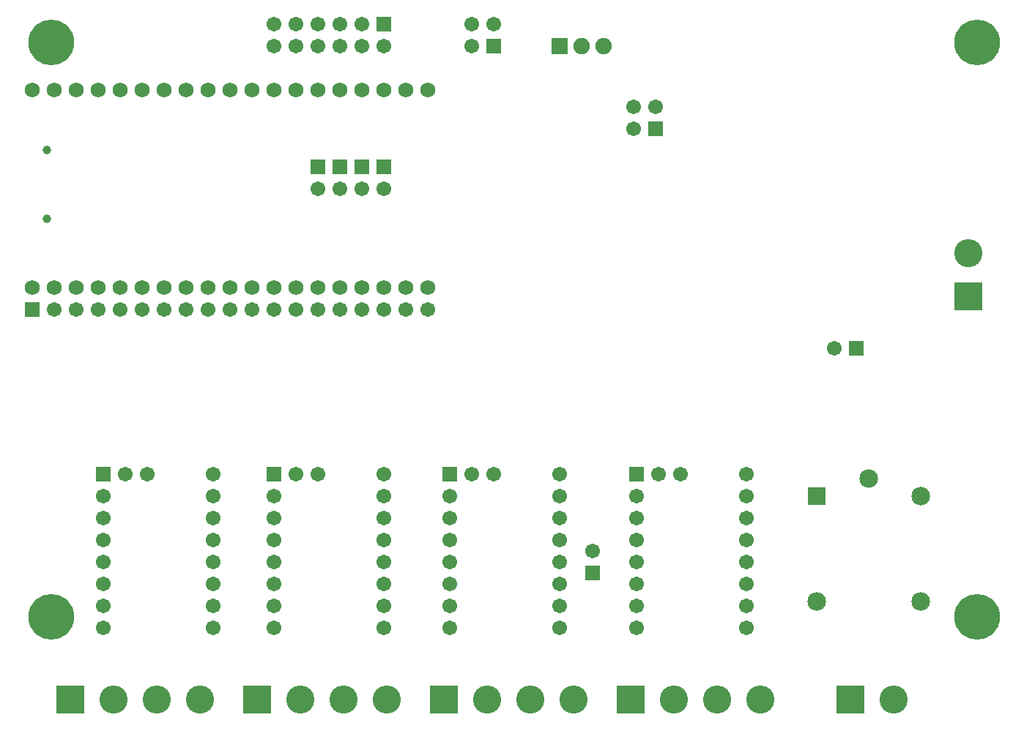
<source format=gbr>
G04 DipTrace 3.3.1.3*
G04 BottomMask.gbr*
%MOIN*%
G04 #@! TF.FileFunction,Soldermask,Bot*
G04 #@! TF.Part,Single*
%ADD58C,0.03937*%
%ADD76C,0.067031*%
%ADD78R,0.067031X0.067031*%
%ADD80C,0.068031*%
%ADD82C,0.128031*%
%ADD84R,0.128031X0.128031*%
%ADD98C,0.208031*%
%ADD102R,0.084803X0.084803*%
%ADD104C,0.084803*%
%ADD106C,0.074961*%
%ADD108R,0.074961X0.074961*%
%ADD110C,0.067087*%
%ADD112R,0.067087X0.067087*%
%FSLAX26Y26*%
G04*
G70*
G90*
G75*
G01*
G04 BotMask*
%LPD*%
D112*
X2543701Y3543701D3*
D110*
X2443701D3*
X2543701Y3643701D3*
X2443701D3*
D112*
X3281201Y3168701D3*
D110*
X3181201D3*
X3281201Y3268701D3*
X3181201D3*
D112*
X443701Y2343701D3*
D110*
X543701D3*
X643701D3*
X743701D3*
X843701D3*
X943701D3*
X1043701D3*
X1143701D3*
X1243701D3*
X1343701D3*
X1443701D3*
X1543701D3*
X1643701D3*
X1743701D3*
X1843701D3*
X1943701D3*
X2043701D3*
X2143701D3*
X2243701D3*
D112*
X2043701Y3643701D3*
D110*
Y3543701D3*
X1943701Y3643701D3*
Y3543701D3*
X1843701Y3643701D3*
Y3543701D3*
X1743701Y3643701D3*
Y3543701D3*
X1643701Y3643701D3*
Y3543701D3*
X1543701Y3643701D3*
Y3543701D3*
D108*
X2843701D3*
D106*
X2943701D3*
X3043701D3*
D112*
X2043701Y2993701D3*
D110*
Y2893701D3*
D112*
X1943701Y2993701D3*
D110*
Y2893701D3*
D112*
X1843701Y2993701D3*
D110*
Y2893701D3*
D112*
X1743701Y2993701D3*
D110*
Y2893701D3*
D112*
X4193701Y2168701D3*
D110*
X4093701D3*
D112*
X2993701Y1143701D3*
D110*
Y1243701D3*
D104*
X4251969Y1574803D3*
D102*
X4015748Y1496063D3*
D104*
X4488189D3*
X4015748Y1015748D3*
X4488189D3*
D98*
X531496Y944882D3*
X4744094Y3562992D3*
X531496D3*
X4744094Y944882D3*
D58*
X512598Y3072835D3*
Y2757874D3*
D84*
X4706201Y2406201D3*
D82*
Y2603051D3*
D84*
X4168701Y568701D3*
D82*
X4365551D3*
D84*
X618701D3*
D82*
X815551D3*
X1012402D3*
X1209252D3*
D84*
X1468701D3*
D82*
X1665551D3*
X1862402D3*
X2059252D3*
D84*
X2318701D3*
D82*
X2515551D3*
X2712402D3*
X2909252D3*
D84*
X3168701D3*
D82*
X3365551D3*
X3562402D3*
X3759252D3*
D80*
X443701Y3343701D3*
X543701D3*
X643701D3*
X743701D3*
X843701D3*
X943701D3*
X1043701D3*
X1143701D3*
X1243701D3*
X1343701D3*
X1443701D3*
X1543701D3*
X1643701D3*
X1743701D3*
X1843701D3*
X1943701D3*
X2043701D3*
X2143701D3*
X2243701D3*
X443701Y2443701D3*
X543701D3*
X643701D3*
X743701D3*
X843701D3*
X943701D3*
X1043701D3*
X1143701D3*
X1243701D3*
X1343701D3*
X1443701D3*
X1543701D3*
X1643701D3*
X1743701D3*
X1843701D3*
X1943701D3*
X2043701D3*
X2143701D3*
X2243701D3*
D78*
X768701Y1593701D3*
D76*
Y1493701D3*
Y1393701D3*
Y1293701D3*
Y1193701D3*
Y1093701D3*
Y993701D3*
Y893701D3*
X1268701D3*
Y993701D3*
Y1093701D3*
Y1193701D3*
Y1293701D3*
Y1393701D3*
Y1493701D3*
Y1593701D3*
X868701D3*
X968701D3*
D78*
X1543701D3*
D76*
Y1493701D3*
Y1393701D3*
Y1293701D3*
Y1193701D3*
Y1093701D3*
Y993701D3*
Y893701D3*
X2043701D3*
Y993701D3*
Y1093701D3*
Y1193701D3*
Y1293701D3*
Y1393701D3*
Y1493701D3*
Y1593701D3*
X1643701D3*
X1743701D3*
D78*
X2343701D3*
D76*
Y1493701D3*
Y1393701D3*
Y1293701D3*
Y1193701D3*
Y1093701D3*
Y993701D3*
Y893701D3*
X2843701D3*
Y993701D3*
Y1093701D3*
Y1193701D3*
Y1293701D3*
Y1393701D3*
Y1493701D3*
Y1593701D3*
X2443701D3*
X2543701D3*
D78*
X3193701D3*
D76*
Y1493701D3*
Y1393701D3*
Y1293701D3*
Y1193701D3*
Y1093701D3*
Y993701D3*
Y893701D3*
X3693701D3*
Y993701D3*
Y1093701D3*
Y1193701D3*
Y1293701D3*
Y1393701D3*
Y1493701D3*
Y1593701D3*
X3293701D3*
X3393701D3*
M02*

</source>
